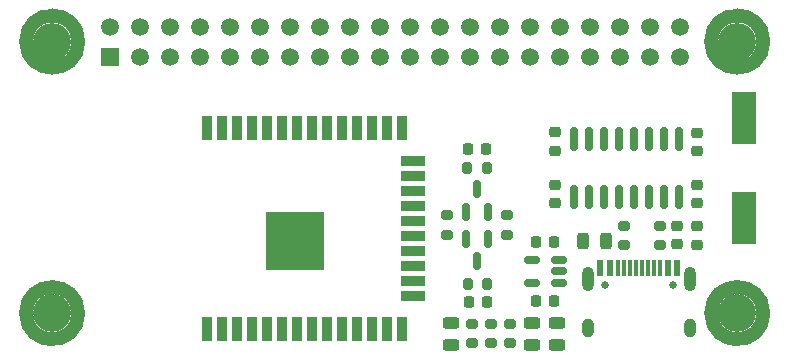
<source format=gts>
G04 #@! TF.GenerationSoftware,KiCad,Pcbnew,(6.0.4)*
G04 #@! TF.CreationDate,2022-08-30T22:22:21+03:00*
G04 #@! TF.ProjectId,Pluton32,506c7574-6f6e-4333-922e-6b696361645f,1.0*
G04 #@! TF.SameCoordinates,Original*
G04 #@! TF.FileFunction,Soldermask,Top*
G04 #@! TF.FilePolarity,Negative*
%FSLAX46Y46*%
G04 Gerber Fmt 4.6, Leading zero omitted, Abs format (unit mm)*
G04 Created by KiCad (PCBNEW (6.0.4)) date 2022-08-30 22:22:21*
%MOMM*%
%LPD*%
G01*
G04 APERTURE LIST*
G04 Aperture macros list*
%AMRoundRect*
0 Rectangle with rounded corners*
0 $1 Rounding radius*
0 $2 $3 $4 $5 $6 $7 $8 $9 X,Y pos of 4 corners*
0 Add a 4 corners polygon primitive as box body*
4,1,4,$2,$3,$4,$5,$6,$7,$8,$9,$2,$3,0*
0 Add four circle primitives for the rounded corners*
1,1,$1+$1,$2,$3*
1,1,$1+$1,$4,$5*
1,1,$1+$1,$6,$7*
1,1,$1+$1,$8,$9*
0 Add four rect primitives between the rounded corners*
20,1,$1+$1,$2,$3,$4,$5,0*
20,1,$1+$1,$4,$5,$6,$7,0*
20,1,$1+$1,$6,$7,$8,$9,0*
20,1,$1+$1,$8,$9,$2,$3,0*%
G04 Aperture macros list end*
%ADD10C,1.200000*%
%ADD11RoundRect,0.150000X0.150000X-0.825000X0.150000X0.825000X-0.150000X0.825000X-0.150000X-0.825000X0*%
%ADD12RoundRect,0.225000X0.250000X-0.225000X0.250000X0.225000X-0.250000X0.225000X-0.250000X-0.225000X0*%
%ADD13RoundRect,0.150000X0.512500X0.150000X-0.512500X0.150000X-0.512500X-0.150000X0.512500X-0.150000X0*%
%ADD14RoundRect,0.200000X0.200000X0.275000X-0.200000X0.275000X-0.200000X-0.275000X0.200000X-0.275000X0*%
%ADD15R,2.000000X4.500000*%
%ADD16RoundRect,0.150000X-0.150000X0.587500X-0.150000X-0.587500X0.150000X-0.587500X0.150000X0.587500X0*%
%ADD17RoundRect,0.225000X0.225000X0.250000X-0.225000X0.250000X-0.225000X-0.250000X0.225000X-0.250000X0*%
%ADD18RoundRect,0.200000X0.275000X-0.200000X0.275000X0.200000X-0.275000X0.200000X-0.275000X-0.200000X0*%
%ADD19C,0.650000*%
%ADD20R,0.600000X1.450000*%
%ADD21R,0.300000X1.450000*%
%ADD22O,1.000000X1.600000*%
%ADD23O,1.000000X2.100000*%
%ADD24R,0.900000X2.000000*%
%ADD25R,2.000000X0.900000*%
%ADD26R,5.000000X5.000000*%
%ADD27RoundRect,0.150000X0.150000X-0.587500X0.150000X0.587500X-0.150000X0.587500X-0.150000X-0.587500X0*%
%ADD28RoundRect,0.200000X-0.275000X0.200000X-0.275000X-0.200000X0.275000X-0.200000X0.275000X0.200000X0*%
%ADD29RoundRect,0.243750X0.243750X0.456250X-0.243750X0.456250X-0.243750X-0.456250X0.243750X-0.456250X0*%
%ADD30RoundRect,0.218750X0.256250X-0.218750X0.256250X0.218750X-0.256250X0.218750X-0.256250X-0.218750X0*%
%ADD31C,3.200000*%
%ADD32R,1.508000X1.508000*%
%ADD33C,1.508000*%
%ADD34RoundRect,0.225000X-0.250000X0.225000X-0.250000X-0.225000X0.250000X-0.225000X0.250000X0.225000X0*%
%ADD35RoundRect,0.225000X-0.225000X-0.250000X0.225000X-0.250000X0.225000X0.250000X-0.225000X0.250000X0*%
%ADD36RoundRect,0.243750X-0.456250X0.243750X-0.456250X-0.243750X0.456250X-0.243750X0.456250X0.243750X0*%
%ADD37RoundRect,0.200000X-0.200000X-0.275000X0.200000X-0.275000X0.200000X0.275000X-0.200000X0.275000X0*%
G04 APERTURE END LIST*
D10*
X121010000Y-85503594D02*
G75*
G03*
X121010000Y-85503594I-2213594J0D01*
G01*
X179010000Y-85503594D02*
G75*
G03*
X179010000Y-85503594I-2213594J0D01*
G01*
X121000000Y-108503594D02*
G75*
G03*
X121000000Y-108503594I-2213594J0D01*
G01*
X179013594Y-108500000D02*
G75*
G03*
X179013594Y-108500000I-2213594J0D01*
G01*
D11*
X162955000Y-98665000D03*
X164225000Y-98665000D03*
X165495000Y-98665000D03*
X166765000Y-98665000D03*
X168035000Y-98665000D03*
X169305000Y-98665000D03*
X170575000Y-98665000D03*
X171845000Y-98665000D03*
X171845000Y-93715000D03*
X170575000Y-93715000D03*
X169305000Y-93715000D03*
X168035000Y-93715000D03*
X166765000Y-93715000D03*
X165495000Y-93715000D03*
X164225000Y-93715000D03*
X162955000Y-93715000D03*
D12*
X173410000Y-94755000D03*
X173410000Y-93205000D03*
D13*
X161687500Y-105920000D03*
X161687500Y-104970000D03*
X161687500Y-104020000D03*
X159412500Y-104020000D03*
X159412500Y-105920000D03*
D14*
X155605000Y-96200572D03*
X153955000Y-96200572D03*
D12*
X171740000Y-102685000D03*
X171740000Y-101135000D03*
D15*
X177360000Y-91940000D03*
X177360000Y-100440000D03*
D16*
X155730000Y-102242500D03*
X153830000Y-102242500D03*
X154780000Y-104117500D03*
D17*
X161325000Y-102450000D03*
X159775000Y-102450000D03*
D18*
X152240000Y-101855000D03*
X152240000Y-100205000D03*
D19*
X171360000Y-106120000D03*
X165580000Y-106120000D03*
D20*
X165220000Y-104675000D03*
X166020000Y-104675000D03*
D21*
X167220000Y-104675000D03*
X168220000Y-104675000D03*
X168720000Y-104675000D03*
X169720000Y-104675000D03*
D20*
X170920000Y-104675000D03*
X171720000Y-104675000D03*
X171720000Y-104675000D03*
X170920000Y-104675000D03*
D21*
X170220000Y-104675000D03*
X169220000Y-104675000D03*
X167720000Y-104675000D03*
X166720000Y-104675000D03*
D20*
X166020000Y-104675000D03*
X165220000Y-104675000D03*
D22*
X172790000Y-109770000D03*
X164150000Y-109770000D03*
D23*
X172790000Y-105590000D03*
X164150000Y-105590000D03*
D24*
X131880000Y-109850000D03*
X133150000Y-109850000D03*
X134420000Y-109850000D03*
X135690000Y-109850000D03*
X136960000Y-109850000D03*
X138230000Y-109850000D03*
X139500000Y-109850000D03*
X140770000Y-109850000D03*
X142040000Y-109850000D03*
X143310000Y-109850000D03*
X144580000Y-109850000D03*
X145850000Y-109850000D03*
X147120000Y-109850000D03*
X148390000Y-109850000D03*
D25*
X149390000Y-107065000D03*
X149390000Y-105795000D03*
X149390000Y-104525000D03*
X149390000Y-103255000D03*
X149390000Y-101985000D03*
X149390000Y-100715000D03*
X149390000Y-99445000D03*
X149390000Y-98175000D03*
X149390000Y-96905000D03*
X149390000Y-95635000D03*
D24*
X148390000Y-92850000D03*
X147120000Y-92850000D03*
X145850000Y-92850000D03*
X144580000Y-92850000D03*
X143310000Y-92850000D03*
X142040000Y-92850000D03*
X140770000Y-92850000D03*
X139500000Y-92850000D03*
X138230000Y-92850000D03*
X136960000Y-92850000D03*
X135690000Y-92850000D03*
X134420000Y-92850000D03*
X133150000Y-92850000D03*
X131880000Y-92850000D03*
D26*
X139380000Y-102350000D03*
D27*
X153830000Y-99897500D03*
X155730000Y-99897500D03*
X154780000Y-98022500D03*
D18*
X157541000Y-111035000D03*
X157541000Y-109385000D03*
D28*
X157300000Y-100205000D03*
X157300000Y-101855000D03*
D29*
X165657500Y-102430000D03*
X163782500Y-102430000D03*
D30*
X173380000Y-102707500D03*
X173380000Y-101132500D03*
D31*
X118800000Y-85500000D03*
X176800000Y-108500000D03*
X118800000Y-108500000D03*
X176800000Y-85500000D03*
D32*
X123670000Y-86770000D03*
D33*
X123670000Y-84230000D03*
X126210000Y-86770000D03*
X126210000Y-84230000D03*
X128750000Y-86770000D03*
X128750000Y-84230000D03*
X131290000Y-86770000D03*
X131290000Y-84230000D03*
X133830000Y-86770000D03*
X133830000Y-84230000D03*
X136370000Y-86770000D03*
X136370000Y-84230000D03*
X138910000Y-86770000D03*
X138910000Y-84230000D03*
X141450000Y-86770000D03*
X141450000Y-84230000D03*
X143990000Y-86770000D03*
X143990000Y-84230000D03*
X146530000Y-86770000D03*
X146530000Y-84230000D03*
X149070000Y-86770000D03*
X149070000Y-84230000D03*
X151610000Y-86770000D03*
X151610000Y-84230000D03*
X154150000Y-86770000D03*
X154150000Y-84230000D03*
X156690000Y-86770000D03*
X156690000Y-84230000D03*
X159230000Y-86770000D03*
X159230000Y-84230000D03*
X161770000Y-86770000D03*
X161770000Y-84230000D03*
X164310000Y-86770000D03*
X164310000Y-84230000D03*
X166850000Y-86770000D03*
X166850000Y-84230000D03*
X169390000Y-86770000D03*
X169390000Y-84230000D03*
X171930000Y-86770000D03*
X171930000Y-84230000D03*
D34*
X173400000Y-97635000D03*
X173400000Y-99185000D03*
D18*
X155959000Y-111035000D03*
X155959000Y-109385000D03*
D35*
X159775000Y-107510000D03*
X161325000Y-107510000D03*
D28*
X170220000Y-101085000D03*
X170220000Y-102735000D03*
D36*
X159388000Y-109292500D03*
X159388000Y-111167500D03*
D35*
X154005000Y-94640000D03*
X155555000Y-94640000D03*
D36*
X161500000Y-109292500D03*
X161500000Y-111167500D03*
D17*
X155600000Y-107590572D03*
X154050000Y-107590572D03*
D12*
X161380000Y-99175000D03*
X161380000Y-97625000D03*
D36*
X152530000Y-109292500D03*
X152530000Y-111167500D03*
D28*
X167220000Y-101085000D03*
X167220000Y-102735000D03*
D37*
X154000000Y-106030000D03*
X155650000Y-106030000D03*
D18*
X154377000Y-111035000D03*
X154377000Y-109385000D03*
D34*
X161380000Y-93185000D03*
X161380000Y-94735000D03*
M02*

</source>
